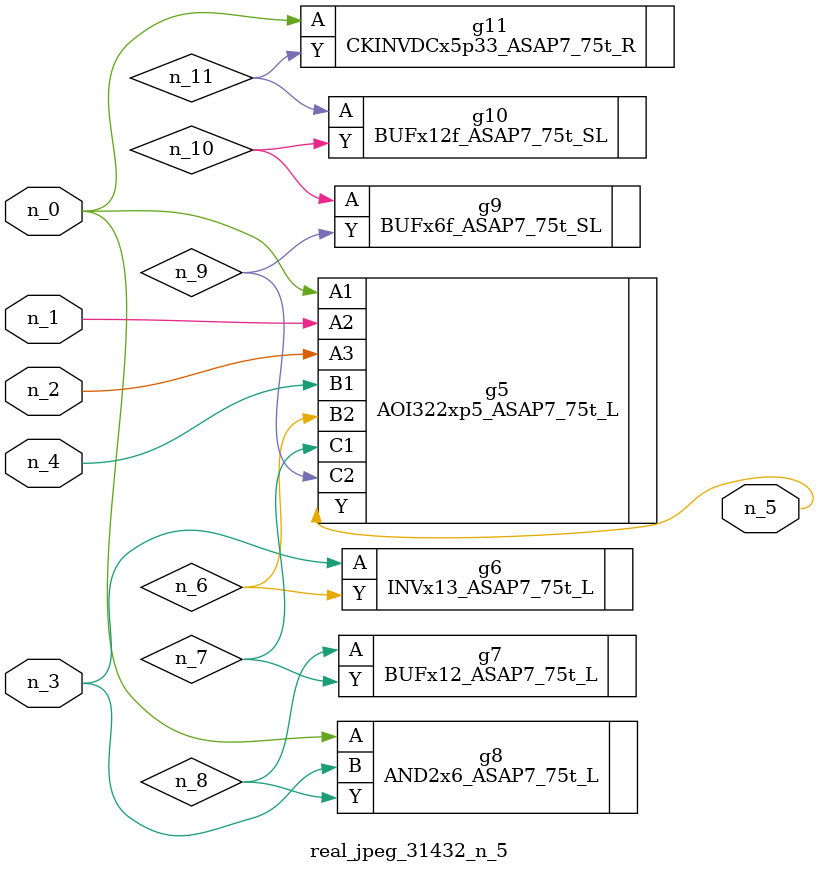
<source format=v>
module real_jpeg_31432_n_5 (n_4, n_0, n_1, n_2, n_3, n_5);

input n_4;
input n_0;
input n_1;
input n_2;
input n_3;

output n_5;

wire n_8;
wire n_11;
wire n_6;
wire n_7;
wire n_10;
wire n_9;

AOI322xp5_ASAP7_75t_L g5 ( 
.A1(n_0),
.A2(n_1),
.A3(n_2),
.B1(n_4),
.B2(n_6),
.C1(n_7),
.C2(n_9),
.Y(n_5)
);

AND2x6_ASAP7_75t_L g8 ( 
.A(n_0),
.B(n_3),
.Y(n_8)
);

CKINVDCx5p33_ASAP7_75t_R g11 ( 
.A(n_0),
.Y(n_11)
);

INVx13_ASAP7_75t_L g6 ( 
.A(n_3),
.Y(n_6)
);

BUFx12_ASAP7_75t_L g7 ( 
.A(n_8),
.Y(n_7)
);

BUFx6f_ASAP7_75t_SL g9 ( 
.A(n_10),
.Y(n_9)
);

BUFx12f_ASAP7_75t_SL g10 ( 
.A(n_11),
.Y(n_10)
);


endmodule
</source>
